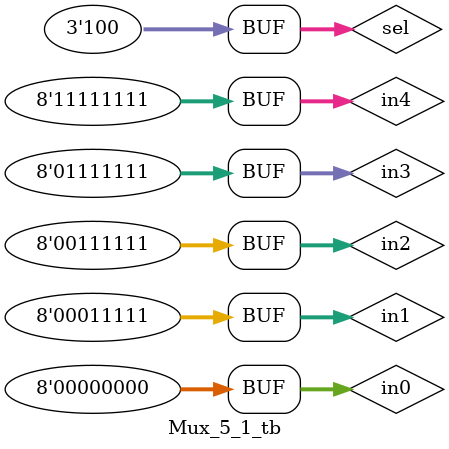
<source format=v>
module Mux_5_1 (output reg [7:0] out, input [7:0] in0, in1, in2, in3, in4, input [2:0] sel);
    always @(in0 or in1 or in2 or in3 or in4 or sel)
    case(sel)
        3'b000 : out = in0;
        3'b001 : out = in1;
        3'b010 : out = in2;
        3'b011 : out = in3;
        3'b100 : out = in4;
        default : out = 'bx;
    endcase
endmodule

module Mux_5_1_tb;
    reg [7:0] in0, in1, in2, in3, in4;
    reg [2:0] sel;
    wire[7:0] out;
    Mux_5_1 Test_Mux (out, in0, in1, in2, in3, in4, sel);
    initial begin
        in0 = 0; in1 = 31; in2 = 63; in3 = 127; in4 = 255;
        #5 sel = 0;
        #5 sel = 1;
        #5 sel = 2;
        #5 sel = 3;
        #5 sel = 4;
    end
endmodule

</source>
